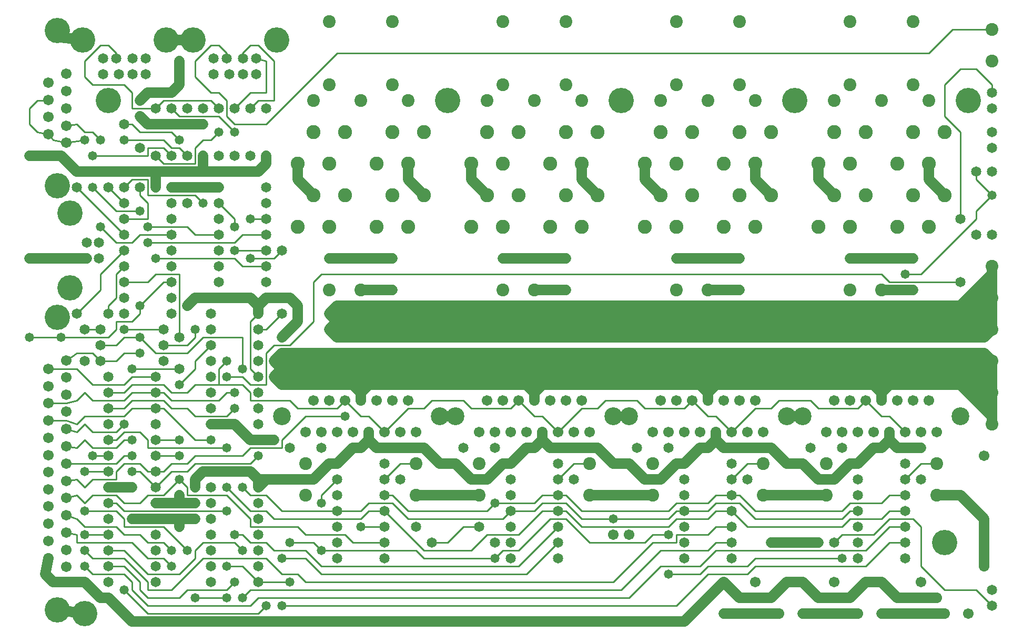
<source format=gbl>
%MOIN*%
%FSLAX25Y25*%
G04 D10 used for Character Trace; *
G04     Circle (OD=.01000) (No hole)*
G04 D11 used for Power Trace; *
G04     Circle (OD=.06700) (No hole)*
G04 D12 used for Signal Trace; *
G04     Circle (OD=.01100) (No hole)*
G04 D13 used for Via; *
G04     Circle (OD=.05800) (Round. Hole ID=.02800)*
G04 D14 used for Component hole; *
G04     Circle (OD=.06500) (Round. Hole ID=.03500)*
G04 D15 used for Component hole; *
G04     Circle (OD=.06700) (Round. Hole ID=.04300)*
G04 D16 used for Component hole; *
G04     Circle (OD=.08100) (Round. Hole ID=.05100)*
G04 D17 used for Component hole; *
G04     Circle (OD=.08900) (Round. Hole ID=.05900)*
G04 D18 used for Component hole; *
G04     Circle (OD=.11300) (Round. Hole ID=.08300)*
G04 D19 used for Component hole; *
G04     Circle (OD=.16000) (Round. Hole ID=.13000)*
G04 D20 used for Component hole; *
G04     Circle (OD=.18300) (Round. Hole ID=.15300)*
G04 D21 used for Component hole; *
G04     Circle (OD=.22291) (Round. Hole ID=.19291)*
%ADD10C,.01000*%
%ADD11C,.06700*%
%ADD12C,.01100*%
%ADD13C,.05800*%
%ADD14C,.06500*%
%ADD15C,.06700*%
%ADD16C,.08100*%
%ADD17C,.08900*%
%ADD18C,.11300*%
%ADD19C,.16000*%
%ADD20C,.18300*%
%ADD21C,.22291*%
%IPPOS*%
%LPD*%
G90*X0Y0D02*D19*X27400Y12400D03*D11*              
X45000Y10000D01*D19*D03*D11*X55000Y20000D02*      
X60000D01*X75000Y5000D01*X80000D01*D13*D03*D11*   
X125000D01*D13*D03*D11*X185000D01*D13*D03*D11*    
X255000D01*D13*D03*D11*X285000D01*D13*D03*D11*    
X365000D01*D13*D03*D11*X405000D01*D13*D03*D11*    
X425000D01*X450000Y30000D01*D14*D03*D11*          
X460000Y20000D01*X480000D01*D15*D03*D11*          
X490000Y30000D01*X500000D01*D14*D03*D11*          
X510000Y20000D01*X530000D01*D15*D03*D11*          
X540000Y30000D01*X550000D01*D14*D03*D11*          
X560000Y20000D01*X585000D01*D15*D03*D12*          
X590000Y25000D02*X610000D01*X620000Y15000D01*D14* 
D03*Y25000D03*D15*X605000Y10000D03*               
X615000Y40000D03*D11*Y70000D01*X600000Y85000D01*  
X585000D01*D16*D03*D14*X575000Y95000D03*D12*      
Y65000D02*X570000Y70000D01*X575000Y40000D02*      
Y65000D01*X590000Y25000D02*X575000Y40000D01*D15*  
Y10000D03*D11*X550000D01*D14*D03*D15*X535000D03*  
D11*X520000D01*D15*D03*D11*X500000D01*D14*D03*D15*
X485000D03*D11*X470000D01*D15*D03*D11*X450000D01* 
D14*D03*D15*X470000Y30000D03*D12*X440000Y35000D02*
X465000D01*X420000Y15000D02*X440000Y35000D01*     
X170000Y15000D02*X420000D01*D13*X170000D03*       
X160000D03*D12*X155000Y10000D01*X85000D01*        
X70000Y25000D01*D13*D03*D12*X75000D02*Y30000D01*  
X85000Y15000D02*X75000Y25000D01*X85000Y15000D02*  
X150000D01*X155000Y20000D01*X390000D01*           
X410000Y40000D01*X435000D01*X445000Y50000D01*     
X540000D01*X555000Y65000D01*X565000D01*D14*D03*   
D12*X555000Y70000D02*X570000D01*X545000Y60000D02* 
X555000Y70000D01*X525000Y60000D02*X545000D01*     
X520000Y55000D02*X525000Y60000D01*D14*            
X520000Y55000D03*D12*X465000Y65000D02*X525000D01* 
X465000D02*X455000Y75000D01*D14*D03*D12*          
X445000D01*X440000Y70000D01*X420000D01*           
X415000Y65000D01*X360000D01*X350000Y75000D01*     
X345000D01*D14*D03*D12*X335000D01*                
X320000Y60000D01*X300000D01*X290000Y50000D01*     
X260000D01*X235000Y75000D01*D14*D03*D12*          
X225000D01*X220000Y70000D01*X165000D01*           
X160000Y75000D01*X150000D01*X135000Y90000D01*D13* 
D03*D12*X150000Y70000D02*X135000Y85000D01*        
X150000Y65000D02*Y70000D01*Y65000D02*X180000D01*  
X185000Y60000D01*X210000D01*X215000Y55000D01*     
X235000D01*D14*D03*Y65000D03*D12*X220000D01*D13*  
D03*D12*X205000Y75000D02*X220000D01*D14*          
X205000D03*D12*X170000D01*X160000Y85000D01*       
X150000D01*X145000Y90000D01*D13*D03*D14*          
X155000Y80000D03*D11*Y95000D02*X150000Y100000D01* 
X155000Y90000D02*Y95000D01*D14*Y90000D03*D11*     
X160000Y95000D01*X155000D01*X120000Y100000D02*    
X150000D01*X115000Y95000D02*X120000Y100000D01*    
X115000Y90000D02*Y95000D01*D14*Y90000D03*D12*     
X110000Y85000D02*X135000D01*D14*X125000Y90000D03* 
D13*X135000Y75000D03*D12*X70000D01*               
X65000Y80000D01*X60000D01*D14*D03*D12*            
X70000Y70000D02*X65000Y75000D01*X70000Y65000D02*  
Y70000D01*Y65000D02*X95000D01*X110000Y50000D01*   
D13*D03*D12*X105000Y35000D02*X115000Y45000D01*    
X85000Y35000D02*X105000D01*X85000D02*             
X70000Y50000D01*X60000D01*D14*D03*D12*            
X80000Y30000D02*X70000Y40000D01*X80000Y25000D02*  
Y30000D01*X85000Y20000D02*X80000Y25000D01*        
X85000Y20000D02*X105000D01*X110000Y25000D01*      
X135000D01*X140000Y30000D01*D13*D03*D12*          
X145000Y20000D02*X150000Y25000D01*D13*            
X145000Y20000D03*D12*X150000Y25000D02*X385000D01* 
X410000Y50000D01*X440000D01*X445000Y55000D01*     
X455000D01*D14*D03*D12*X440000Y60000D02*          
X445000Y65000D01*X420000Y60000D02*X440000D01*     
X420000Y55000D02*Y60000D01*X405000Y55000D02*      
X420000D01*X380000Y30000D02*X405000Y55000D01*     
X185000Y30000D02*X380000D01*X185000D02*           
X180000Y35000D01*X170000D01*X160000Y45000D01*     
X120000D01*X100000Y25000D01*X85000D01*Y30000D01*  
X70000Y45000D01*X50000D01*X45000Y50000D01*D13*D03*
D12*X40000Y55000D02*X75000D01*X85000Y45000D01*    
X95000D01*X100000Y40000D01*D13*D03*D14*           
X90000Y50000D03*Y30000D03*D13*X100000Y50000D03*   
D12*X95000Y55000D01*X85000D01*X80000Y60000D01*    
X70000D01*X65000Y65000D01*X45000D01*              
X40000Y70000D01*X33100Y72200D01*D15*D03*D13*      
X45000Y60000D03*D12*X60000D01*D14*D03*Y70000D03*  
D13*X45000Y75000D03*D12*X65000D01*X70000Y80000D02*
X80000D01*X85000Y85000D01*X95000D01*              
X105000Y95000D01*D13*D03*D12*X110000Y90000D01*    
Y85000D01*D13*X115000Y80000D03*D11*X105000D01*    
X90000D01*D14*D03*Y90000D03*D12*X100000Y100000D01*
X110000D01*X115000Y105000D01*X150000D01*          
X155000Y110000D01*D13*D03*D12*X145000D02*         
X150000Y115000D01*X115000Y110000D02*X145000D01*   
X110000Y105000D02*X115000Y110000D01*              
X100000Y105000D02*X110000D01*X95000Y100000D02*    
X100000Y105000D01*X90000Y100000D02*X95000D01*D14* 
X90000D03*D12*X85000D01*X80000Y105000D01*         
X70000D01*X65000Y100000D01*Y95000D01*X50000D01*   
X45000Y90000D01*X40000Y95000D01*X33100Y94100D01*  
D15*D03*Y105000D03*D12*X65000D01*X70000Y110000D01*
X75000D01*D13*D03*D12*X85000Y115000D02*Y120000D01*
Y115000D02*X135000D01*D13*D03*X125000Y120000D03*  
D12*X115000D01*X95000Y140000D01*X90000D01*D14*D03*
D12*X75000D01*X70000Y135000D01*X45000D01*         
X40000Y130000D01*X33100Y132200D01*X21800D01*D15*  
D03*Y121300D03*X33100Y115900D03*D12*              
X40000Y115000D01*X45000Y120000D01*                
X50000Y115000D01*X65000D01*X70000Y120000D01*      
X75000D01*D13*D03*D12*X85000D02*X80000Y125000D01* 
X70000D01*X65000Y120000D01*X60000D01*D14*D03*D12* 
X50000Y125000D02*X65000D01*X50000D02*             
X45000Y130000D01*X40000Y125000D01*                
X33100Y126800D01*D15*D03*D13*X50000Y110000D03*D12*
X60000D01*D14*D03*Y100000D03*D12*X45000D01*D13*   
D03*D14*X60000Y90000D03*D11*X75000D01*D13*D03*D12*
X90000D02*X80000Y100000D01*X75000D01*D13*D03*D12* 
X70000Y80000D02*X65000Y85000D01*X50000D01*        
X45000Y80000D01*X40000Y85000D01*X33100Y83200D01*  
D15*D03*X21800Y99600D03*Y88700D03*Y77800D03*      
Y66800D03*X33100Y61300D03*D12*X40000Y60000D01*    
Y55000D01*D15*X33100Y50400D03*Y39600D03*D13*      
X45000Y40000D03*D12*X50000Y35000D01*X70000D01*    
X75000Y30000D01*X60000Y40000D02*X70000D01*D14*    
X60000D03*Y30000D03*D11*X55000Y20000D02*          
X45000Y30000D01*X25000D01*X20000Y35000D01*        
X21800Y45000D01*D15*D03*Y55900D03*D13*            
X75000Y70000D03*D11*X90000D01*D14*D03*D11*        
X105000D01*Y65000D01*D14*D03*D11*Y70000D02*       
X115000D01*D14*D03*X125000Y60000D03*Y80000D03*D11*
X105000D02*Y85000D01*D14*D03*X125000Y70000D03*    
X90000Y60000D03*D13*X105000Y110000D03*D12*        
X90000D01*D14*D03*Y120000D03*D12*X105000D01*D13*  
D03*D12*X115000Y135000D02*X135000D01*             
X140000Y140000D01*D13*D03*D12*X150000Y145000D02*  
Y150000D01*Y145000D02*X175000D01*                 
X180000Y140000D01*X205000D01*X210000Y145000D01*   
D15*D03*D12*X220000Y135000D01*X225000D01*         
X235000Y125000D01*D15*D03*D12*X250000Y140000D01*  
X260000D01*X265000Y145000D01*X285000D01*          
X290000Y140000D01*X315000D01*X320000Y145000D01*   
D15*D03*D12*X330000Y135000D01*X335000D01*         
X345000Y125000D01*D15*D03*D12*X360000Y140000D01*  
X370000D01*X375000Y145000D01*X395000D01*          
X400000Y140000D01*X425000D01*X430000Y145000D01*   
D15*D03*D12*X440000Y135000D01*X445000D01*         
X455000Y125000D01*D15*D03*D12*X470000Y140000D01*  
X480000D01*X485000Y145000D01*X505000D01*          
X510000Y140000D01*X535000D01*X540000Y145000D01*   
D15*D03*D12*X550000Y135000D01*X555000D01*         
X565000Y125000D01*D15*D03*D14*X575000Y115000D03*  
D11*X560000D01*X555000Y120000D01*                 
X550000Y115000D01*X545000D01*X535000Y105000D01*   
D14*D03*D11*X530000D01*X520000Y95000D01*D13*D03*  
D11*X510000D01*X500000Y105000D01*X490000D01*      
X480000Y115000D01*X465000D01*D14*D03*D11*         
X450000D01*X445000Y120000D01*X440000Y115000D01*   
X435000D01*X425000Y105000D01*D14*D03*D11*         
X420000D01*X410000Y95000D01*X400000D01*           
X390000Y105000D01*X380000D01*X370000Y115000D01*   
X355000D01*D14*D03*D11*X340000D01*                
X335000Y120000D01*X330000Y115000D01*X325000D01*   
X315000Y105000D01*D14*D03*D11*X310000D01*         
X300000Y95000D01*D13*D03*D11*X290000D01*          
X280000Y105000D01*X270000D01*X260000Y115000D01*   
X245000D01*D14*D03*D11*X230000D01*                
X225000Y120000D01*X220000Y115000D01*X215000D01*   
X205000Y105000D01*D14*D03*D11*X200000D01*         
X190000Y95000D01*X160000D01*D14*X175000Y115000D03*
D12*X150000D02*X170000D01*D11*X150000Y120000D02*  
X165000D01*D13*D03*D12*X170000Y115000D02*         
Y120000D01*X185000Y135000D01*X210000D01*D13*D03*  
D15*X220000Y145000D03*D11*Y150000D01*             
X225000Y155000D01*D13*D03*D11*X220000D01*         
Y150000D01*X215000Y155000D01*D13*D03*D11*         
X170000D01*D13*D03*D11*X165000Y160000D01*D13*D03* 
D11*X220000D01*D13*D03*D11*X275000D01*D13*D03*D11*
X330000D01*D13*D03*D11*X385000D01*D13*D03*D11*    
X440000D01*D13*D03*D11*X495000D01*D13*D03*D11*    
X550000D01*D13*D03*D11*X595000D01*                
X600000Y155000D01*D13*D03*D11*X620000Y135000D01*  
Y130000D01*D16*D03*D11*Y135000D02*Y140000D01*     
Y145000D01*Y150000D01*D16*D03*D11*Y155000D01*     
X615000D01*X620000Y150000D01*X610000Y155000D02*   
X615000D01*X620000Y145000D02*X610000Y155000D01*   
X620000Y140000D02*X605000Y155000D01*X600000D01*   
X555000D01*D13*D03*D11*X550000Y150000D01*         
Y145000D01*D15*D03*D11*Y150000D02*Y155000D01*     
X545000D01*D13*D03*D11*X550000Y150000D01*         
Y155000D02*X555000D01*X500000D02*X545000D01*D13*  
X500000D03*D11*X490000D01*D13*D03*D11*X445000D01* 
D13*D03*D11*X440000Y150000D01*Y145000D01*D15*D03* 
D11*Y150000D02*X435000Y155000D01*D13*D03*D11*     
X390000D01*D13*D03*D11*X380000D01*D13*D03*D11*    
X335000D01*D13*D03*D11*X330000Y150000D01*         
Y145000D01*D15*D03*D11*Y150000D02*                
X325000Y155000D01*D13*D03*D11*X280000D01*D13*D03* 
D11*X270000D01*D13*D03*D11*X225000D01*X215000D02* 
X220000D01*D13*X225000Y165000D03*D11*X215000D01*  
D13*D03*D11*X170000D01*D14*D03*D11*               
X165000Y160000D01*X170000Y165000D02*              
X165000Y170000D01*D13*D03*D11*X220000D01*D13*D03* 
D11*X275000D01*D13*D03*D11*X330000D01*D13*D03*D11*
X385000D01*D13*D03*D11*X440000D01*D13*D03*D11*    
X495000D01*D13*D03*D11*X550000D01*D13*D03*D11*    
X620000D01*D16*D03*D11*Y165000D01*Y160000D01*     
Y155000D01*X610000Y160000D02*X620000D01*          
X615000Y155000D02*X610000Y160000D01*X605000D01*   
X610000Y155000D01*X605000D01*X595000Y160000D02*   
X605000D01*D13*X600000Y165000D03*D11*X555000D01*  
D13*D03*D11*X545000D01*D13*D03*D11*X500000D01*D13*
D03*D11*X490000D01*D13*D03*D11*X445000D01*D13*D03*
D11*X435000D01*D13*D03*D11*X390000D01*D13*D03*D11*
X380000D01*D13*D03*D11*X335000D01*D13*D03*D11*    
X325000D01*D13*D03*D11*X280000D01*D13*D03*D11*    
X270000D01*D13*D03*D11*X225000D01*D13*            
X215000Y175000D03*D11*X170000D01*D13*D03*D11*     
X165000Y170000D01*D12*X160000Y155000D02*          
Y175000D01*X150000Y155000D02*X160000D01*          
X150000D02*X145000Y160000D01*X135000D01*D13*D03*  
D12*X130000Y155000D02*Y165000D01*                 
X115000Y155000D02*X130000D01*X110000Y150000D02*   
X115000Y155000D01*X100000Y150000D02*X110000D01*   
X100000D02*X95000Y155000D01*X75000D01*            
X70000Y150000D01*X60000D01*D14*D03*D12*Y140000D02*
X70000D01*D14*X60000D03*D13*X70000Y130000D03*D12* 
X65000Y125000D01*D14*X60000Y130000D03*D12*        
X70000Y140000D02*X75000Y145000D01*X95000D01*      
X100000Y140000D01*X110000D01*X115000Y135000D01*   
D14*X125000Y130000D03*D11*X140000D01*             
X150000Y120000D01*D14*X155000Y130000D03*          
Y140000D03*D18*X170000Y135000D03*D14*             
X125000Y140000D03*D12*X100000Y145000D02*          
X130000D01*X100000D02*X95000Y150000D01*X90000D01* 
D14*D03*D12*X75000D01*X70000Y145000D01*X50000D01* 
X45000Y150000D01*X40000Y145000D01*                
X33100Y143200D01*X21800D01*D15*D03*Y154100D03*    
X33100Y159600D03*Y137800D03*Y148700D03*D12*       
X50000Y155000D02*X40000Y165000D01*                
X50000Y155000D02*X70000D01*X75000Y160000D01*      
X90000D01*D14*D03*X95000Y170000D03*D13*           
X105000Y155000D03*D12*X115000Y165000D01*          
Y170000D01*X125000Y180000D01*D14*D03*D12*         
X110000Y175000D02*X120000Y185000D01*              
X90000Y175000D02*X110000D01*X90000D02*            
X80000Y185000D01*D13*D03*D12*X70000D01*           
X65000Y180000D01*X55000D01*D14*D03*D12*           
X30000Y185000D02*X60000D01*D13*X30000D03*D12*     
X10000D01*D13*D03*D19*X27400Y197600D03*D15*       
X21800Y165000D03*D12*X33100D01*X40000D01*D14*     
X45000Y170000D03*D15*X33100Y170400D03*D12*        
X40000Y175000D01*X50000D01*X55000Y170000D01*D14*  
D03*D12*X65000D01*X70000Y175000D01*X80000D01*D13* 
D03*X75000Y165000D03*D12*X105000D01*D14*D03*D12*  
X95000Y180000D02*X110000D01*D14*X95000D03*        
Y190000D03*D12*X70000D01*D13*D03*D12*             
X65000Y195000D02*X75000D01*X65000Y190000D02*      
Y195000D01*X60000Y185000D02*X65000Y190000D01*D14* 
X55000D03*D12*X45000D01*D14*D03*X40000Y200000D03* 
D12*X55000Y215000D01*Y225000D01*X70000Y240000D01* 
D14*D03*D12*X65000Y245000D02*X75000D01*X65000D02* 
X55000Y255000D01*D13*D03*D12*X65000Y265000D02*    
X80000D01*D13*D03*D12*X70000Y260000D02*X85000D01* 
D14*X70000D03*D12*X65000Y265000D02*               
X50000Y280000D01*D13*D03*D11*X40000Y290000D02*    
X90000D01*Y280000D01*D13*D03*D12*X85000Y275000D02*
Y285000D01*Y275000D02*X115000D01*                 
X120000Y270000D01*D13*D03*D14*X130000Y260000D03*  
Y280000D03*D11*X100000D01*D14*D03*                
X110000Y270000D03*Y290000D03*D11*X90000D01*D12*   
X95000Y295000D02*X115000D01*Y305000D01*           
X120000Y310000D01*X125000D01*X130000Y315000D01*   
D13*D03*D12*X140000Y320000D02*X135000Y325000D01*  
X140000Y320000D02*X160000D01*X205000Y365000D01*   
X580000D01*X595000Y380000D01*X620000D01*D16*D03*  
Y360000D03*D12*X590000Y345000D02*                 
X600000Y355000D01*X590000Y325000D02*Y345000D01*   
X600000Y315000D02*X590000Y325000D01*              
X600000Y260000D02*Y315000D01*D14*Y260000D03*      
X610000Y250000D03*D12*X575000Y225000D02*          
X610000Y260000D01*X565000Y225000D02*X575000D01*   
D13*X565000D03*D14*X570000Y235000D03*D11*         
X530000D01*D13*D03*D16*X550000Y215000D03*D11*     
X570000D01*D14*D03*D12*X555000Y220000D02*         
X600000D01*D14*D03*D11*X590000Y200000D02*         
X595000Y205000D01*X530000Y200000D02*X590000D01*   
D13*X530000D03*D11*X420000D01*D13*D03*D11*        
X310000D01*D13*D03*D11*X200000D01*D13*D03*D11*    
X205000Y195000D01*D13*D03*D11*X200000Y190000D01*  
D13*D03*D11*X205000Y185000D01*D13*D03*D11*        
X315000D01*D13*D03*D11*X425000D01*D13*D03*D11*    
X535000D01*D13*D03*D11*X605000D01*X610000D01*     
X615000D01*X620000Y190000D01*D16*D03*D11*         
X615000D01*X610000Y185000D01*Y190000D02*          
X615000D01*X605000Y185000D02*X610000Y190000D01*   
X605000D01*X600000D01*X530000D01*D13*D03*D11*     
X420000D01*D13*D03*D11*X310000D01*D13*D03*D11*    
X200000D01*X205000Y195000D02*X315000D01*D13*D03*  
D11*X425000D01*D13*D03*D11*X535000D01*D13*D03*D11*
X605000D01*X600000Y190000D01*X605000Y195000D02*   
X620000Y210000D01*D16*D03*D11*Y205000D01*         
X605000Y190000D01*X610000D02*X620000Y200000D01*   
Y195000D01*X615000Y190000D01*X620000D02*          
Y195000D01*Y200000D02*Y205000D01*Y210000D02*      
Y215000D01*X605000Y200000D01*X590000D01*          
X535000Y205000D02*X595000D01*D13*X535000D03*D11*  
X425000D01*D13*D03*D11*X315000D01*D13*D03*D11*    
X205000D01*D13*D03*D11*X200000Y200000D01*D12*     
X175000Y180000D02*X190000Y195000D01*              
X165000Y180000D02*X175000D01*X160000Y175000D02*   
X165000Y180000D01*D14*X155000D03*Y170000D03*      
X170000Y185000D03*D11*X180000Y195000D01*          
Y205000D01*X175000Y210000D01*X160000D01*          
X155000Y205000D01*Y200000D01*D14*D03*D12*         
X150000Y195000D01*Y165000D01*X155000Y160000D01*   
D14*D03*D13*X145000Y165000D03*D12*Y185000D01*     
X120000D01*D14*X125000Y190000D03*D13*X115000D03*  
D12*Y185000D01*X110000Y180000D01*D14*             
X105000Y185000D03*D12*Y225000D01*X90000D01*       
X85000Y220000D01*X70000D01*D14*D03*D12*           
X65000Y210000D02*Y225000D01*X60000Y205000D02*     
X65000Y210000D01*X60000Y200000D02*Y205000D01*D14* 
Y200000D03*X70000Y210000D03*Y200000D03*D12*       
X75000Y195000D02*X80000Y200000D01*Y205000D01*D13* 
D03*D12*X95000Y220000D01*X100000D01*D14*D03*      
Y230000D03*Y210000D03*D11*X110000Y205000D02*      
X115000Y210000D01*D13*X110000Y205000D03*D11*      
X115000Y210000D02*X150000D01*X155000Y205000D01*   
D14*X170000Y200000D03*D12*X160000Y190000D01*      
X155000D01*D14*D03*D13*X135000Y170000D03*D12*     
X130000Y165000D01*D14*X125000Y170000D03*          
Y160000D03*D12*X130000Y155000D02*X145000D01*      
X150000Y150000D01*D14*X155000D03*D13*X140000D03*  
D12*X135000D01*X130000Y145000D01*D14*             
X125000Y150000D03*X90000Y130000D03*D16*           
X185000Y105000D03*D15*Y125000D03*D14*             
X125000Y200000D03*X100000D03*D15*                 
X190000Y145000D03*D12*Y195000D02*Y220000D01*      
X195000Y225000D01*X550000D01*X555000Y220000D01*   
D16*X530000Y215000D03*D17*X580000Y255000D03*      
X560000D03*X530000D03*D11*X595000Y205000D02*      
X600000D01*X605000D01*X620000Y220000D01*          
Y215000D01*Y220000D02*Y225000D01*                 
X600000Y205000D01*X620000Y225000D02*Y230000D01*   
D16*D03*D14*Y250000D03*D12*X610000Y260000D02*     
Y265000D01*X620000Y275000D01*D13*D03*D12*         
X610000Y285000D01*Y290000D01*D14*D03*X620000D03*  
Y305000D03*D17*X590000Y275000D03*D11*             
X580000Y285000D01*Y295000D01*D17*D03*             
X590000Y315000D03*X570000Y275000D03*              
X560000Y295000D03*X570000Y315000D03*D19*          
X605000Y335000D03*D17*X540000Y315000D03*D16*      
X580000Y335000D03*D14*X620000Y315000D03*D17*      
X540000Y275000D03*D16*X550000Y335000D03*D14*      
X620000Y330000D03*Y340000D03*D12*Y345000D01*      
X610000Y355000D01*X600000D01*D16*                 
X570000Y385000D03*Y345000D03*X530000Y385000D03*   
Y345000D03*D17*Y295000D03*X520000Y275000D03*D11*  
X510000Y285000D01*Y295000D01*D17*D03*             
X520000Y315000D03*X480000D03*Y275000D03*D11*      
X470000Y285000D01*Y295000D01*D17*D03*             
X460000Y275000D03*X450000Y295000D03*              
X460000Y315000D03*X510000Y255000D03*D19*          
X495000Y335000D03*D17*X430000Y315000D03*          
X450000Y255000D03*D16*X470000Y335000D03*D17*      
Y255000D03*X430000Y275000D03*D16*                 
X440000Y335000D03*X420000Y345000D03*D17*          
Y295000D03*D16*X460000Y345000D03*                 
X520000Y335000D03*D17*X420000Y255000D03*D13*      
Y235000D03*D11*X460000D01*D14*D03*D16*            
X440000Y215000D03*D11*X460000D01*D14*D03*D13*     
X500000Y175000D03*D11*X490000D01*D13*D03*D11*     
X445000D01*D13*D03*D11*X435000D01*D13*D03*D11*    
X390000D01*D13*D03*D11*X380000D01*D13*D03*D11*    
X335000D01*D13*D03*D11*X325000D01*D13*D03*D11*    
X280000D01*D13*D03*D11*X270000D01*D13*D03*D11*    
X225000D01*D13*D03*D11*X215000D01*D15*            
X200000Y145000D03*X230000D03*X240000D03*          
X250000D03*D14*X240000Y215000D03*D11*X220000D01*  
D16*D03*D14*X240000Y235000D03*D11*X200000D01*D13* 
D03*D17*X180000Y255000D03*X200000D03*D16*         
Y215000D03*D14*X170000Y240000D03*D12*             
X165000Y235000D01*X150000D01*D13*D03*D12*         
X145000Y230000D02*X160000D01*D14*D03*Y240000D03*  
D12*X140000D01*D13*D03*D12*X85000Y245000D02*      
X140000D01*D13*X85000D03*D12*X75000D02*           
X80000Y250000D01*X100000D01*D14*D03*Y260000D03*   
Y240000D03*D12*X115000Y250000D02*                 
X110000Y255000D01*X115000Y250000D02*X130000D01*   
D14*D03*D12*X140000Y255000D02*Y260000D01*D13*     
Y255000D03*D12*Y245000D02*X145000Y250000D01*      
X160000D01*D14*D03*D13*X150000Y260000D03*D12*     
X160000D01*D14*D03*Y270000D03*Y280000D03*D12*     
X140000Y260000D02*X130000Y270000D01*D14*D03*D11*  
X110000Y290000D02*X120000D01*X155000D01*          
X160000Y295000D01*Y300000D01*D14*D03*X150000D03*  
D11*X190000Y275000D02*X180000Y285000D01*D17*      
X190000Y275000D03*D11*X180000Y285000D02*          
Y295000D01*D17*D03*X190000Y315000D03*             
X200000Y295000D03*X210000Y275000D03*Y315000D03*   
D14*X160000Y330000D03*X150000D03*D12*             
X155000Y335000D01*X165000D01*Y360000D01*          
X155000Y370000D01*X150000D01*X145000Y365000D01*   
X145100Y361500D01*D14*D03*X153400Y351700D03*      
X136500D03*D12*X134900Y361500D02*                 
X135000Y365000D01*D14*X134900Y361500D03*D12*      
X135000Y365000D02*X130000Y370000D01*X125000D01*   
X115000Y360000D01*Y350000D01*X125000Y340000D01*   
X130000D01*X135000Y335000D01*Y325000D01*D14*      
X140000Y330000D03*D12*X150000Y340000D01*          
X160000D01*Y360000D01*X153400Y361500D01*D14*D03*  
X145100Y351700D03*D19*X166500Y373300D03*D14*      
X130000Y330000D03*D12*X125000Y335000D01*X95000D01*
X90000Y330000D01*D14*D03*D12*X75000D01*Y340000D01*
X70000Y345000D01*X50000D01*X45000Y350000D01*      
Y360000D01*X55000Y370000D01*X60000D01*            
X65000Y365000D01*X64900Y361500D01*D14*D03*        
X75100Y351700D03*X56600D03*X75100Y361500D03*      
X56600D03*X66500Y351700D03*D11*X80000Y335000D02*  
X85000Y340000D01*D13*X80000Y335000D03*D11*        
X85000Y340000D02*X100000D01*X105000Y345000D01*    
Y360000D01*D13*D03*D19*X113500Y373300D03*D11*     
X96500D01*D19*D03*D14*X83400Y361500D03*Y351700D03*
X126600D03*Y361500D03*D19*X60000Y335000D03*D14*   
X100000Y330000D03*D12*X105000Y325000D01*          
X130000D01*X140000Y315000D01*D13*D03*D14*         
X130000Y300000D03*X140000D03*X120000Y330000D03*   
D13*Y320000D03*D11*X85000D01*X80000Y325000D01*D14*
D03*D12*Y315000D02*X75000Y320000D01*              
X80000Y315000D02*X100000D01*X105000Y310000D01*D13*
D03*D12*X100000Y305000D02*X105000D01*             
X110000Y300000D01*D14*D03*D11*X120000Y290000D02*  
Y300000D01*D14*D03*D12*X100000Y305000D02*         
X95000Y310000D01*X70000D01*D13*D03*D14*           
X80000Y305000D03*D12*X70000Y320000D02*X75000D01*  
D14*X70000D03*D12*X85000Y300000D02*Y305000D01*    
X50000Y300000D02*X85000D01*D13*X50000D03*D11*     
X40000Y290000D02*X30000Y300000D01*X10000D01*D13*  
D03*D15*X21800Y313700D03*D12*X25000Y310000D01*    
X33100Y308200D01*D15*D03*D12*X45000Y310000D01*D13*
D03*D12*X55000D02*X50000Y315000D01*D13*           
X55000Y310000D03*D12*X45000Y315000D02*X50000D01*  
X45000D02*X40000Y320000D01*X33100Y319100D01*D15*  
D03*Y330000D03*X21800Y335400D03*D12*              
X15000Y335000D01*X10000Y330000D01*Y320000D01*     
X15000Y315000D01*X21800Y313700D01*D15*Y324600D03* 
X33100Y340900D03*X21800Y346300D03*                
X33100Y351800D03*D19*X27400Y280800D03*D14*        
X40000Y280000D03*D12*X70000Y250000D01*D14*D03*    
X54000Y235100D03*D13*X85000Y255000D03*D12*        
X110000D01*D14*X100000Y270000D03*D13*             
X90000Y235000D03*D12*X140000D01*X145000Y230000D01*
D14*X160000Y220000D03*X130000Y240000D03*          
Y230000D03*Y220000D03*D12*X75000Y285000D02*       
X85000D01*X70000Y280000D02*X75000Y285000D01*D14*  
X70000Y280000D03*D12*X85000Y270000D02*            
X80000Y275000D01*X85000Y260000D02*Y270000D01*D14* 
X70000D03*D12*X60000Y280000D01*D14*D03*D12*       
X80000Y275000D02*Y280000D01*D14*D03*D12*          
X95000Y295000D02*X90000Y300000D01*D14*D03*D12*    
X100000D02*X95000Y305000D01*D14*X100000Y300000D03*
D12*X85000Y305000D02*X95000D01*D14*               
X110000Y330000D03*D19*X35500Y263700D03*D14*       
X46200Y244900D03*X54000D03*X46200Y235100D03*D11*  
X10000Y235000D01*D13*D03*D19*X35500Y216300D03*D12*
X65000Y225000D02*X70000Y230000D01*D14*D03*        
X60000Y160000D03*D15*X21800Y110400D03*D16*        
X190000Y335000D03*D14*X195000Y115000D03*D15*      
Y125000D03*D16*X200000Y345000D03*D14*             
X205000Y95000D03*D12*X195000Y85000D01*Y80000D01*  
D13*D03*D16*X185000Y85000D03*D14*X205000D03*      
Y65000D03*D13*X175000Y55000D03*D12*X190000D01*    
X195000Y50000D01*D13*D03*D12*X255000D01*          
X260000Y45000D01*X305000D01*D13*D03*D12*          
X310000Y50000D01*X320000D01*X340000Y70000D01*     
X350000D01*X365000Y55000D01*X400000D01*           
X405000Y60000D01*X415000D01*D13*D03*D14*          
X425000Y55000D03*D12*X380000Y70000D02*X415000D01* 
D13*X380000D03*D12*X360000D01*X350000Y80000D01*   
X335000D01*X330000Y75000D01*X315000D01*D14*D03*   
D12*X310000Y70000D01*X250000D01*X240000Y80000D01* 
X225000D01*X220000Y75000D01*D14*X235000Y85000D03* 
D12*X240000D01*X250000Y75000D01*X300000D01*       
X305000Y80000D01*D13*D03*D12*X330000D01*          
X335000Y85000D01*X345000D01*D14*D03*D12*          
X350000D01*X360000Y75000D01*X415000D01*           
X420000Y80000D01*X440000D01*X445000Y85000D01*     
X455000D01*D14*D03*D12*X460000D01*                
X470000Y75000D01*X525000D01*X530000Y80000D01*     
X550000D01*X555000Y85000D01*X565000D01*D14*D03*   
D12*X550000Y70000D02*X555000Y75000D01*            
X530000Y70000D02*X550000D01*X525000Y65000D02*     
X530000Y70000D01*X470000D02*X525000D01*X470000D02*
X460000Y80000D01*X445000D01*X440000Y75000D01*     
X425000D01*D14*D03*D12*X420000D01*                
X415000Y70000D01*D14*X425000Y65000D03*Y85000D03*  
D16*X405000D03*D11*X365000D01*D16*D03*D14*        
X355000Y95000D03*X345000Y105000D03*Y65000D03*D12* 
X320000Y40000D01*X195000D01*X185000Y50000D01*     
X165000D01*X160000Y55000D01*X150000D01*           
X145000Y60000D01*X140000D01*D13*D03*D12*          
X145000Y50000D02*X140000Y55000D01*D13*            
X145000Y50000D03*D12*X120000Y55000D02*X140000D01* 
X115000Y50000D02*X120000Y55000D01*                
X115000Y45000D02*Y50000D01*D14*X125000Y40000D03*  
Y50000D03*Y30000D03*D13*X135000Y40000D03*D12*     
X145000D01*X155000Y30000D01*D14*D03*D12*          
X175000D01*D13*D03*D12*X195000Y35000D02*          
X185000Y45000D01*X195000Y35000D02*X325000D01*     
X345000Y55000D01*D14*D03*Y45000D03*               
X315000Y85000D03*Y65000D03*Y55000D03*Y45000D03*   
D15*X380000Y60000D03*D14*X345000Y95000D03*D12*    
X355000Y105000D01*X365000D01*D16*D03*D15*         
Y125000D03*X355000D03*D18*X390000Y135000D03*D15*  
X335000Y125000D03*D11*Y120000D01*D15*             
X325000Y125000D03*X315000D03*X360000Y145000D03*   
X310000D03*D14*X315000Y95000D03*D15*              
X350000Y145000D03*X340000D03*X305000Y125000D03*   
D14*Y115000D03*D15*X300000Y145000D03*D11*         
X325000Y155000D02*X335000D01*D15*                 
X295000Y125000D03*D14*X285000Y115000D03*D18*      
X280000Y135000D03*D11*X270000D01*D18*D03*D15*     
X255000Y125000D03*X245000D03*D12*X235000Y95000D02*
X245000Y105000D01*D14*X235000Y95000D03*D12*       
X245000Y105000D02*X255000D01*D16*D03*D14*         
X245000Y95000D03*X235000Y105000D03*D16*           
X255000Y85000D03*D11*X295000D01*D16*D03*D12*      
X275000Y55000D02*X285000Y65000D01*                
X265000Y55000D02*X275000D01*D14*X265000D03*       
X255000Y65000D03*D12*X285000D02*X295000D01*D14*   
D03*X305000Y55000D03*D16*X295000Y105000D03*D14*   
X235000Y45000D03*D15*X225000Y125000D03*D11*       
Y120000D01*D15*X215000Y125000D03*X205000D03*D14*  
Y55000D03*X155000Y50000D03*Y70000D03*Y60000D03*   
D13*X170000Y45000D03*D12*X185000D01*D14*          
X205000D03*X155000Y40000D03*D13*X135000Y20000D03* 
D12*X115000D01*D13*D03*D14*X90000Y40000D03*D16*   
X310000Y215000D03*D13*Y235000D03*D11*X350000D01*  
D14*D03*D16*X330000Y215000D03*D11*X350000D01*D14* 
D03*D17*X310000Y255000D03*X360000D03*X340000D03*  
X400000D03*X410000Y275000D03*D11*                 
X400000Y285000D01*Y295000D01*D17*D03*             
X410000Y315000D03*X370000D03*Y275000D03*D11*      
X360000Y285000D01*Y295000D01*D17*D03*             
X350000Y275000D03*X340000Y295000D03*              
X350000Y315000D03*D19*X385000Y335000D03*D17*      
X320000Y315000D03*D16*X360000Y335000D03*D17*      
X320000Y275000D03*D16*X330000Y335000D03*          
X310000Y345000D03*D17*Y295000D03*D16*             
X350000Y345000D03*X410000Y335000D03*X300000D03*   
D17*Y315000D03*Y275000D03*D11*X290000Y285000D01*  
Y295000D01*D17*D03*X260000Y315000D03*Y275000D03*  
D11*X250000Y285000D01*Y295000D01*D17*D03*         
X240000Y275000D03*X230000Y295000D03*              
X240000Y315000D03*X290000Y255000D03*D19*          
X275000Y335000D03*D17*X230000Y255000D03*D16*      
X250000Y335000D03*D17*Y255000D03*D16*             
X220000Y335000D03*X240000Y345000D03*              
X310000Y385000D03*X240000D03*X200000D03*          
X350000D03*D15*X410000Y145000D03*D18*             
X380000Y135000D03*D15*X420000Y145000D03*D16*      
Y215000D03*Y385000D03*D15*X405000Y125000D03*      
X415000D03*X425000D03*D14*X395000Y115000D03*      
X415000D03*D15*X435000Y125000D03*D11*Y155000D02*  
X445000D01*D15*X450000Y145000D03*X460000D03*      
X470000D03*X475000Y125000D03*X445000D03*D11*      
Y120000D01*D14*X455000Y105000D03*D12*Y95000D02*   
X465000Y105000D01*D14*X455000Y95000D03*D12*       
X465000Y105000D02*X475000D01*D16*D03*D14*         
X465000Y95000D03*D16*X475000Y85000D03*D11*        
X515000D01*D16*D03*D12*X525000Y70000D02*          
X530000Y75000D01*X535000D01*D14*D03*Y85000D03*    
Y65000D03*D12*X540000Y40000D02*X555000Y55000D01*  
X470000Y40000D02*X540000D01*X465000Y35000D02*     
X470000Y40000D01*X440000D02*X465000D01*           
X435000Y35000D02*X440000Y40000D01*                
X415000Y35000D02*X435000D01*D13*X415000D03*D14*   
X425000Y45000D03*D15*X390000Y60000D03*D12*        
X445000Y65000D02*X455000D01*D14*D03*Y45000D03*D12*
X465000Y40000D02*X470000Y45000D01*X525000D01*D13* 
D03*D14*X535000Y55000D03*Y45000D03*D13*           
X510000Y55000D03*D11*X480000D01*D14*D03*D15*      
X520000Y30000D03*D16*X515000Y105000D03*D14*       
X425000Y95000D03*X535000D03*X525000Y115000D03*    
X505000D03*D15*X545000Y125000D03*X535000D03*      
X525000D03*X515000D03*X465000D03*D16*             
X405000Y105000D03*D12*X555000Y55000D02*X565000D01*
D14*D03*Y45000D03*Y75000D03*D12*X555000D01*D14*   
X565000Y95000D03*D12*X575000Y105000D01*X585000D01*
D16*D03*D15*Y125000D03*D14*X565000Y105000D03*D15* 
X575000Y125000D03*X555000D03*D11*Y120000D01*D15*  
X580000Y145000D03*X530000D03*X570000D03*          
X560000D03*X520000D03*D11*X600000Y165000D02*      
X620000D01*Y170000D02*X615000Y175000D01*          
X600000D01*D13*D03*D11*X555000D01*D13*D03*D11*    
X545000D01*D13*D03*D11*X500000D01*D18*            
X490000Y135000D03*D11*X500000D01*D18*D03*D19*     
X590000Y55000D03*D18*X600000Y135000D03*D15*       
X575000Y30000D03*X615000Y110000D03*D11*           
X575000Y10000D02*X590000D01*D15*D03*D16*          
X460000Y385000D03*D19*X43500Y373300D03*D11*       
X30000Y375000D01*X27400Y379200D01*D19*D03*M02*    

</source>
